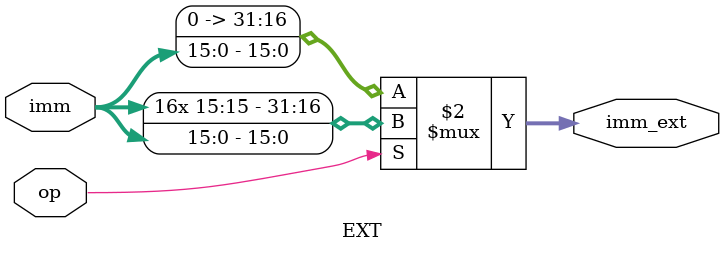
<source format=v>
`timescale 1ns / 1ps
module EXT(
    input [15:0] imm,
    input op,
    output [31:0] imm_ext
    );
	 
assign imm_ext = (op == 1'b0) ? {{16{1'b0}},imm}:
                                {{16{imm[15]}},imm};

endmodule

</source>
